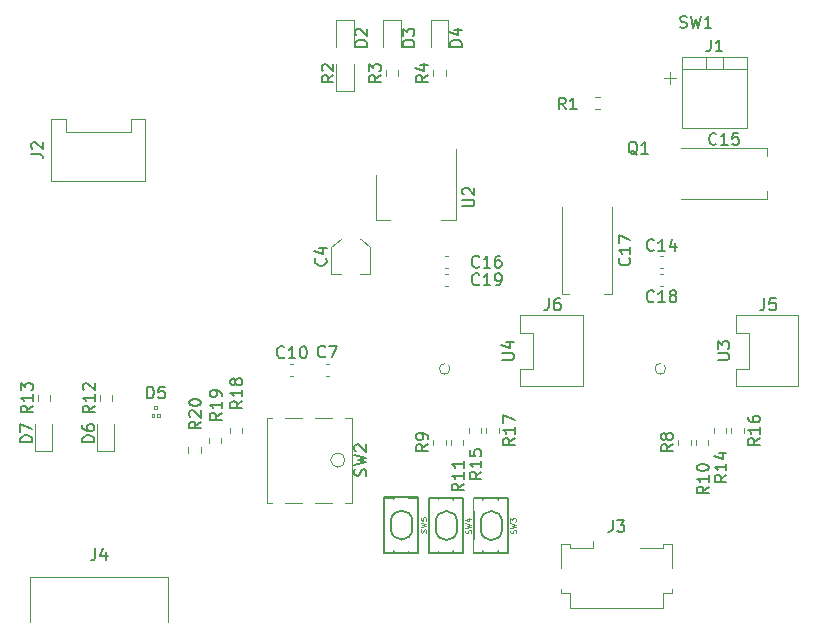
<source format=gto>
G04 #@! TF.GenerationSoftware,KiCad,Pcbnew,(5.1.10)-1*
G04 #@! TF.CreationDate,2022-02-06T01:46:52+09:00*
G04 #@! TF.ProjectId,Power,506f7765-722e-46b6-9963-61645f706362,rev?*
G04 #@! TF.SameCoordinates,Original*
G04 #@! TF.FileFunction,Legend,Top*
G04 #@! TF.FilePolarity,Positive*
%FSLAX46Y46*%
G04 Gerber Fmt 4.6, Leading zero omitted, Abs format (unit mm)*
G04 Created by KiCad (PCBNEW (5.1.10)-1) date 2022-02-06 01:46:52*
%MOMM*%
%LPD*%
G01*
G04 APERTURE LIST*
%ADD10C,0.120000*%
%ADD11C,0.127000*%
%ADD12C,0.150000*%
%ADD13R,1.000000X0.800000*%
%ADD14C,1.000000*%
%ADD15R,0.700000X1.500000*%
%ADD16R,1.500000X2.000000*%
%ADD17R,3.800000X2.000000*%
%ADD18C,1.200000*%
%ADD19R,1.933000X3.030000*%
%ADD20R,0.580000X1.730000*%
%ADD21R,0.760000X1.500000*%
%ADD22R,2.000000X3.000000*%
%ADD23R,3.000000X2.000000*%
%ADD24R,1.600000X2.200000*%
%ADD25R,0.850000X0.500000*%
%ADD26C,1.650000*%
%ADD27R,0.400000X1.000000*%
%ADD28R,2.000000X1.300000*%
%ADD29R,1.000000X3.000000*%
%ADD30R,0.650000X1.050000*%
%ADD31R,3.550000X2.460000*%
%ADD32R,0.290000X0.970000*%
%ADD33R,1.650000X1.300000*%
%ADD34R,0.300000X1.000000*%
G04 APERTURE END LIST*
D10*
X-2410000Y9090000D02*
X-1150000Y9090000D01*
X4410000Y9090000D02*
X3150000Y9090000D01*
X-2410000Y12850000D02*
X-2410000Y9090000D01*
X4410000Y15100000D02*
X4410000Y9090000D01*
X28100000Y-5000000D02*
X33400000Y-5000000D01*
X33400000Y-5000000D02*
X33400000Y1000000D01*
X33400000Y1000000D02*
X28100000Y1000000D01*
X28100004Y-5000000D02*
X28100004Y-3500000D01*
X28100004Y-3500000D02*
X29204169Y-3500000D01*
X29204169Y-3500000D02*
X29204169Y-500000D01*
X29204169Y-500000D02*
X28100004Y-500000D01*
X28100004Y-500000D02*
X28100004Y1000000D01*
X30750000Y15150000D02*
X23450000Y15150000D01*
X30750000Y10850000D02*
X30750000Y15150000D01*
X30750000Y10850000D02*
X23450000Y10850000D01*
X17650000Y2850000D02*
X17650000Y10150000D01*
X13350000Y2850000D02*
X17650000Y2850000D01*
X13350000Y2850000D02*
X13350000Y10150000D01*
X-2850000Y6750000D02*
X-2850000Y4500000D01*
X-5325000Y7500000D02*
X-3675000Y7500000D01*
X-6150000Y6750000D02*
X-6150000Y4500000D01*
X-3675000Y7500000D02*
X-2850000Y6750000D01*
X-6150000Y6750000D02*
X-5325000Y7500000D01*
X-6150000Y4500000D02*
X-2850000Y4500000D01*
X-6359420Y-4110000D02*
X-6640580Y-4110000D01*
X-6359420Y-3090000D02*
X-6640580Y-3090000D01*
X-9640580Y-3090000D02*
X-9359420Y-3090000D01*
X-9640580Y-4110000D02*
X-9359420Y-4110000D01*
X21940580Y4990000D02*
X21659420Y4990000D01*
X21940580Y6010000D02*
X21659420Y6010000D01*
X3740580Y4990000D02*
X3459420Y4990000D01*
X3740580Y6010000D02*
X3459420Y6010000D01*
X21940580Y3490000D02*
X21659420Y3490000D01*
X21940580Y4510000D02*
X21659420Y4510000D01*
X3740580Y3490000D02*
X3459420Y3490000D01*
X3740580Y4510000D02*
X3459420Y4510000D01*
X-4265000Y23700000D02*
X-4265000Y25985000D01*
X-4265000Y25985000D02*
X-5735000Y25985000D01*
X-5735000Y25985000D02*
X-5735000Y23700000D01*
X-265000Y23700000D02*
X-265000Y25985000D01*
X-265000Y25985000D02*
X-1735000Y25985000D01*
X-1735000Y25985000D02*
X-1735000Y23700000D01*
X3735000Y23700000D02*
X3735000Y25985000D01*
X3735000Y25985000D02*
X2265000Y25985000D01*
X2265000Y25985000D02*
X2265000Y23700000D01*
X-20875000Y-6950000D02*
X-21125000Y-6950000D01*
X-21125000Y-6950000D02*
X-21125000Y-6700000D01*
X-21125000Y-6700000D02*
X-20875000Y-6700000D01*
X-20875000Y-6700000D02*
X-20875000Y-6950000D01*
X-20875000Y-7325000D02*
X-20875000Y-7575000D01*
X-20875000Y-7575000D02*
X-20625000Y-7575000D01*
X-20625000Y-7575000D02*
X-20625000Y-7325000D01*
X-20625000Y-7325000D02*
X-20875000Y-7325000D01*
X-21125000Y-7575000D02*
X-21125000Y-7325000D01*
X-21125000Y-7325000D02*
X-21375000Y-7325000D01*
X-21375000Y-7325000D02*
X-21375000Y-7575000D01*
X-21375000Y-7575000D02*
X-21125000Y-7575000D01*
X-25985000Y-8200000D02*
X-25985000Y-10485000D01*
X-25985000Y-10485000D02*
X-24515000Y-10485000D01*
X-24515000Y-10485000D02*
X-24515000Y-8200000D01*
X-31235000Y-8200000D02*
X-31235000Y-10485000D01*
X-31235000Y-10485000D02*
X-29765000Y-10485000D01*
X-29765000Y-10485000D02*
X-29765000Y-8200000D01*
X29050000Y22870000D02*
X23550000Y22870000D01*
X23550000Y22870000D02*
X23550000Y16870000D01*
X23550000Y16870000D02*
X29050000Y16870000D01*
X29050000Y16870000D02*
X29050000Y22870000D01*
X25550000Y22870000D02*
X25550000Y21870000D01*
X25550000Y21870000D02*
X23550000Y21870000D01*
X29050000Y21870000D02*
X27050000Y21870000D01*
X27050000Y21870000D02*
X27050000Y22870000D01*
X25550000Y21870000D02*
X27050000Y21870000D01*
X22550000Y21120000D02*
X22050000Y21120000D01*
X22550000Y21120000D02*
X23050000Y21120000D01*
X22550000Y21120000D02*
X22550000Y21620000D01*
X22550000Y21120000D02*
X22550000Y20620000D01*
X-21900000Y12350000D02*
X-21900000Y17650000D01*
X-29900000Y12350000D02*
X-21900000Y12350000D01*
X-29900000Y17650000D02*
X-29900000Y12350000D01*
X-23150000Y16545831D02*
X-23150000Y17649996D01*
X-28650000Y16545831D02*
X-23150000Y16545831D01*
X-23150000Y17649996D02*
X-21900000Y17649996D01*
X-29900000Y17649996D02*
X-28650000Y17649996D01*
X-28650000Y17649996D02*
X-28650000Y16545831D01*
X16040000Y-18090000D02*
X16040000Y-18680000D01*
X16040000Y-18680000D02*
X14060000Y-18680000D01*
X14060000Y-18680000D02*
X14060000Y-18330000D01*
X14060000Y-18330000D02*
X13290000Y-18330000D01*
X13290000Y-18330000D02*
X13290000Y-20380000D01*
X13290000Y-22200000D02*
X13290000Y-22500000D01*
X13290000Y-22500000D02*
X14090000Y-22500000D01*
X14090000Y-22500000D02*
X14090000Y-23800000D01*
X14090000Y-23800000D02*
X21910000Y-23800000D01*
X21910000Y-23800000D02*
X21910000Y-22500000D01*
X21910000Y-22500000D02*
X22710000Y-22500000D01*
X22710000Y-22500000D02*
X22710000Y-22200000D01*
X22710000Y-20380000D02*
X22710000Y-18330000D01*
X22710000Y-18330000D02*
X21940000Y-18330000D01*
X21940000Y-18330000D02*
X21940000Y-18680000D01*
X21940000Y-18680000D02*
X19960000Y-18680000D01*
X9850000Y-5000000D02*
X15150000Y-5000000D01*
X15150000Y-5000000D02*
X15150000Y1000000D01*
X15150000Y1000000D02*
X9850000Y1000000D01*
X9850004Y-5000000D02*
X9850004Y-3500000D01*
X9850004Y-3500000D02*
X10954169Y-3500000D01*
X10954169Y-3500000D02*
X10954169Y-500000D01*
X10954169Y-500000D02*
X9850004Y-500000D01*
X9850004Y-500000D02*
X9850004Y1000000D01*
X16637258Y18477500D02*
X16162742Y18477500D01*
X16637258Y19522500D02*
X16162742Y19522500D01*
X-5735000Y22300000D02*
X-5735000Y20015000D01*
X-5735000Y20015000D02*
X-4265000Y20015000D01*
X-4265000Y20015000D02*
X-4265000Y22300000D01*
X-1522500Y21262742D02*
X-1522500Y21737258D01*
X-477500Y21262742D02*
X-477500Y21737258D01*
X2477500Y21262742D02*
X2477500Y21737258D01*
X3522500Y21262742D02*
X3522500Y21737258D01*
X23227500Y-9987258D02*
X23227500Y-9512742D01*
X24272500Y-9987258D02*
X24272500Y-9512742D01*
X2477500Y-9987258D02*
X2477500Y-9512742D01*
X3522500Y-9987258D02*
X3522500Y-9512742D01*
X3977500Y-9987258D02*
X3977500Y-9512742D01*
X5022500Y-9987258D02*
X5022500Y-9512742D01*
X-24727500Y-5762742D02*
X-24727500Y-6237258D01*
X-25772500Y-5762742D02*
X-25772500Y-6237258D01*
X-29977500Y-5762742D02*
X-29977500Y-6237258D01*
X-31022500Y-5762742D02*
X-31022500Y-6237258D01*
X24727500Y-9987258D02*
X24727500Y-9512742D01*
X25772500Y-9987258D02*
X25772500Y-9512742D01*
X6522500Y-8512742D02*
X6522500Y-8987258D01*
X5477500Y-8512742D02*
X5477500Y-8987258D01*
X28772500Y-8512742D02*
X28772500Y-8987258D01*
X27727500Y-8512742D02*
X27727500Y-8987258D01*
X8022500Y-8512742D02*
X8022500Y-8987258D01*
X6977500Y-8512742D02*
X6977500Y-8987258D01*
X-13727500Y-8512742D02*
X-13727500Y-8987258D01*
X-14772500Y-8512742D02*
X-14772500Y-8987258D01*
X-15477500Y-9362742D02*
X-15477500Y-9837258D01*
X-16522500Y-9362742D02*
X-16522500Y-9837258D01*
X-17227500Y-10162742D02*
X-17227500Y-10637258D01*
X-18272500Y-10162742D02*
X-18272500Y-10637258D01*
X27272500Y-8512742D02*
X27272500Y-8987258D01*
X26227500Y-8512742D02*
X26227500Y-8987258D01*
X-11600000Y-7650000D02*
X-4400000Y-7650000D01*
X-4400000Y-7650000D02*
X-4400000Y-14850000D01*
X-4400000Y-14850000D02*
X-11600000Y-14850000D01*
X-11600000Y-14850000D02*
X-11600000Y-7650000D01*
X-5000000Y-11250000D02*
G75*
G03*
X-5000000Y-11250000I-600000J0D01*
G01*
D11*
X6500000Y-16467500D02*
G75*
G02*
X8300000Y-16467500I900000J0D01*
G01*
X8300000Y-17132500D02*
G75*
G02*
X6500000Y-17132500I-900000J0D01*
G01*
G36*
X5900000Y-14467500D02*
G01*
X5900000Y-15367500D01*
X6800000Y-14467500D01*
X5900000Y-14467500D01*
G37*
X5900000Y-14467500D02*
X5900000Y-15367500D01*
X6800000Y-14467500D01*
X5900000Y-14467500D01*
G36*
X5900000Y-19132500D02*
G01*
X6800000Y-19132500D01*
X5900000Y-18232500D01*
X5900000Y-19132500D01*
G37*
X5900000Y-19132500D02*
X6800000Y-19132500D01*
X5900000Y-18232500D01*
X5900000Y-19132500D01*
G36*
X8800000Y-19132500D02*
G01*
X8800000Y-18232500D01*
X7900000Y-19132500D01*
X8800000Y-19132500D01*
G37*
X8800000Y-19132500D02*
X8800000Y-18232500D01*
X7900000Y-19132500D01*
X8800000Y-19132500D01*
G36*
X8800000Y-14467500D02*
G01*
X7900000Y-14467500D01*
X8800000Y-15367500D01*
X8800000Y-14467500D01*
G37*
X8800000Y-14467500D02*
X7900000Y-14467500D01*
X8800000Y-15367500D01*
X8800000Y-14467500D01*
X5900000Y-14467500D02*
X8800000Y-14467500D01*
X5900000Y-19132500D02*
X5900000Y-14467500D01*
X8800000Y-19132500D02*
X5900000Y-19132500D01*
X8800000Y-14467500D02*
X8800000Y-19132500D01*
X6500000Y-17132500D02*
X6500000Y-16467500D01*
X8300000Y-16467500D02*
X8300000Y-17132500D01*
X2700000Y-16467500D02*
G75*
G02*
X4500000Y-16467500I900000J0D01*
G01*
X4500000Y-17132500D02*
G75*
G02*
X2700000Y-17132500I-900000J0D01*
G01*
G36*
X2100000Y-14467500D02*
G01*
X2100000Y-15367500D01*
X3000000Y-14467500D01*
X2100000Y-14467500D01*
G37*
X2100000Y-14467500D02*
X2100000Y-15367500D01*
X3000000Y-14467500D01*
X2100000Y-14467500D01*
G36*
X2100000Y-19132500D02*
G01*
X3000000Y-19132500D01*
X2100000Y-18232500D01*
X2100000Y-19132500D01*
G37*
X2100000Y-19132500D02*
X3000000Y-19132500D01*
X2100000Y-18232500D01*
X2100000Y-19132500D01*
G36*
X5000000Y-19132500D02*
G01*
X5000000Y-18232500D01*
X4100000Y-19132500D01*
X5000000Y-19132500D01*
G37*
X5000000Y-19132500D02*
X5000000Y-18232500D01*
X4100000Y-19132500D01*
X5000000Y-19132500D01*
G36*
X5000000Y-14467500D02*
G01*
X4100000Y-14467500D01*
X5000000Y-15367500D01*
X5000000Y-14467500D01*
G37*
X5000000Y-14467500D02*
X4100000Y-14467500D01*
X5000000Y-15367500D01*
X5000000Y-14467500D01*
X2100000Y-14467500D02*
X5000000Y-14467500D01*
X2100000Y-19132500D02*
X2100000Y-14467500D01*
X5000000Y-19132500D02*
X2100000Y-19132500D01*
X5000000Y-14467500D02*
X5000000Y-19132500D01*
X2700000Y-17132500D02*
X2700000Y-16467500D01*
X4500000Y-16467500D02*
X4500000Y-17132500D01*
X-1100000Y-16417500D02*
G75*
G02*
X700000Y-16417500I900000J0D01*
G01*
X700000Y-17082500D02*
G75*
G02*
X-1100000Y-17082500I-900000J0D01*
G01*
G36*
X-1700000Y-14417500D02*
G01*
X-1700000Y-15317500D01*
X-800000Y-14417500D01*
X-1700000Y-14417500D01*
G37*
X-1700000Y-14417500D02*
X-1700000Y-15317500D01*
X-800000Y-14417500D01*
X-1700000Y-14417500D01*
G36*
X-1700000Y-19082500D02*
G01*
X-800000Y-19082500D01*
X-1700000Y-18182500D01*
X-1700000Y-19082500D01*
G37*
X-1700000Y-19082500D02*
X-800000Y-19082500D01*
X-1700000Y-18182500D01*
X-1700000Y-19082500D01*
G36*
X1200000Y-19082500D02*
G01*
X1200000Y-18182500D01*
X300000Y-19082500D01*
X1200000Y-19082500D01*
G37*
X1200000Y-19082500D02*
X1200000Y-18182500D01*
X300000Y-19082500D01*
X1200000Y-19082500D01*
G36*
X1200000Y-14417500D02*
G01*
X300000Y-14417500D01*
X1200000Y-15317500D01*
X1200000Y-14417500D01*
G37*
X1200000Y-14417500D02*
X300000Y-14417500D01*
X1200000Y-15317500D01*
X1200000Y-14417500D01*
X-1700000Y-14417500D02*
X1200000Y-14417500D01*
X-1700000Y-19082500D02*
X-1700000Y-14417500D01*
X1200000Y-19082500D02*
X-1700000Y-19082500D01*
X1200000Y-14417500D02*
X1200000Y-19082500D01*
X-1100000Y-17082500D02*
X-1100000Y-16417500D01*
X700000Y-16417500D02*
X700000Y-17082500D01*
D10*
X22150000Y-3530000D02*
G75*
G03*
X22150000Y-3530000I-450000J0D01*
G01*
X3900000Y-3530000D02*
G75*
G03*
X3900000Y-3530000I-450000J0D01*
G01*
X-19950000Y-24966670D02*
X-19950000Y-21166666D01*
X-19950000Y-21166666D02*
X-31650000Y-21166666D01*
X-31650000Y-21166666D02*
X-31650000Y-24966670D01*
D12*
X23366666Y25395238D02*
X23509523Y25347619D01*
X23747619Y25347619D01*
X23842857Y25395238D01*
X23890476Y25442857D01*
X23938095Y25538095D01*
X23938095Y25633333D01*
X23890476Y25728571D01*
X23842857Y25776190D01*
X23747619Y25823809D01*
X23557142Y25871428D01*
X23461904Y25919047D01*
X23414285Y25966666D01*
X23366666Y26061904D01*
X23366666Y26157142D01*
X23414285Y26252380D01*
X23461904Y26300000D01*
X23557142Y26347619D01*
X23795238Y26347619D01*
X23938095Y26300000D01*
X24271428Y26347619D02*
X24509523Y25347619D01*
X24700000Y26061904D01*
X24890476Y25347619D01*
X25128571Y26347619D01*
X26033333Y25347619D02*
X25461904Y25347619D01*
X25747619Y25347619D02*
X25747619Y26347619D01*
X25652380Y26204761D01*
X25557142Y26109523D01*
X25461904Y26061904D01*
X4952380Y10238095D02*
X5761904Y10238095D01*
X5857142Y10285714D01*
X5904761Y10333333D01*
X5952380Y10428571D01*
X5952380Y10619047D01*
X5904761Y10714285D01*
X5857142Y10761904D01*
X5761904Y10809523D01*
X4952380Y10809523D01*
X5047619Y11238095D02*
X5000000Y11285714D01*
X4952380Y11380952D01*
X4952380Y11619047D01*
X5000000Y11714285D01*
X5047619Y11761904D01*
X5142857Y11809523D01*
X5238095Y11809523D01*
X5380952Y11761904D01*
X5952380Y11190476D01*
X5952380Y11809523D01*
X30516666Y2447619D02*
X30516666Y1733333D01*
X30469047Y1590476D01*
X30373809Y1495238D01*
X30230952Y1447619D01*
X30135714Y1447619D01*
X31469047Y2447619D02*
X30992857Y2447619D01*
X30945238Y1971428D01*
X30992857Y2019047D01*
X31088095Y2066666D01*
X31326190Y2066666D01*
X31421428Y2019047D01*
X31469047Y1971428D01*
X31516666Y1876190D01*
X31516666Y1638095D01*
X31469047Y1542857D01*
X31421428Y1495238D01*
X31326190Y1447619D01*
X31088095Y1447619D01*
X30992857Y1495238D01*
X30945238Y1542857D01*
X19754761Y14602380D02*
X19659523Y14650000D01*
X19564285Y14745238D01*
X19421428Y14888095D01*
X19326190Y14935714D01*
X19230952Y14935714D01*
X19278571Y14697619D02*
X19183333Y14745238D01*
X19088095Y14840476D01*
X19040476Y15030952D01*
X19040476Y15364285D01*
X19088095Y15554761D01*
X19183333Y15650000D01*
X19278571Y15697619D01*
X19469047Y15697619D01*
X19564285Y15650000D01*
X19659523Y15554761D01*
X19707142Y15364285D01*
X19707142Y15030952D01*
X19659523Y14840476D01*
X19564285Y14745238D01*
X19469047Y14697619D01*
X19278571Y14697619D01*
X20659523Y14697619D02*
X20088095Y14697619D01*
X20373809Y14697619D02*
X20373809Y15697619D01*
X20278571Y15554761D01*
X20183333Y15459523D01*
X20088095Y15411904D01*
X26457142Y15542857D02*
X26409523Y15495238D01*
X26266666Y15447619D01*
X26171428Y15447619D01*
X26028571Y15495238D01*
X25933333Y15590476D01*
X25885714Y15685714D01*
X25838095Y15876190D01*
X25838095Y16019047D01*
X25885714Y16209523D01*
X25933333Y16304761D01*
X26028571Y16400000D01*
X26171428Y16447619D01*
X26266666Y16447619D01*
X26409523Y16400000D01*
X26457142Y16352380D01*
X27409523Y15447619D02*
X26838095Y15447619D01*
X27123809Y15447619D02*
X27123809Y16447619D01*
X27028571Y16304761D01*
X26933333Y16209523D01*
X26838095Y16161904D01*
X28314285Y16447619D02*
X27838095Y16447619D01*
X27790476Y15971428D01*
X27838095Y16019047D01*
X27933333Y16066666D01*
X28171428Y16066666D01*
X28266666Y16019047D01*
X28314285Y15971428D01*
X28361904Y15876190D01*
X28361904Y15638095D01*
X28314285Y15542857D01*
X28266666Y15495238D01*
X28171428Y15447619D01*
X27933333Y15447619D01*
X27838095Y15495238D01*
X27790476Y15542857D01*
X19082139Y5857142D02*
X19129758Y5809523D01*
X19177377Y5666666D01*
X19177377Y5571428D01*
X19129758Y5428571D01*
X19034520Y5333333D01*
X18939282Y5285714D01*
X18748806Y5238095D01*
X18605949Y5238095D01*
X18415473Y5285714D01*
X18320235Y5333333D01*
X18224997Y5428571D01*
X18177377Y5571428D01*
X18177377Y5666666D01*
X18224997Y5809523D01*
X18272616Y5857142D01*
X19177377Y6809523D02*
X19177377Y6238095D01*
X19177377Y6523809D02*
X18177377Y6523809D01*
X18320235Y6428571D01*
X18415473Y6333333D01*
X18463092Y6238095D01*
X18177377Y7142857D02*
X18177377Y7809523D01*
X19177377Y7380952D01*
X-6642857Y5833333D02*
X-6595238Y5785714D01*
X-6547619Y5642857D01*
X-6547619Y5547619D01*
X-6595238Y5404761D01*
X-6690476Y5309523D01*
X-6785714Y5261904D01*
X-6976190Y5214285D01*
X-7119047Y5214285D01*
X-7309523Y5261904D01*
X-7404761Y5309523D01*
X-7500000Y5404761D01*
X-7547619Y5547619D01*
X-7547619Y5642857D01*
X-7500000Y5785714D01*
X-7452380Y5833333D01*
X-7214285Y6690476D02*
X-6547619Y6690476D01*
X-7595238Y6452380D02*
X-6880952Y6214285D01*
X-6880952Y6833333D01*
X-6666666Y-2457142D02*
X-6714285Y-2504761D01*
X-6857142Y-2552380D01*
X-6952380Y-2552380D01*
X-7095238Y-2504761D01*
X-7190476Y-2409523D01*
X-7238095Y-2314285D01*
X-7285714Y-2123809D01*
X-7285714Y-1980952D01*
X-7238095Y-1790476D01*
X-7190476Y-1695238D01*
X-7095238Y-1600000D01*
X-6952380Y-1552380D01*
X-6857142Y-1552380D01*
X-6714285Y-1600000D01*
X-6666666Y-1647619D01*
X-6333333Y-1552380D02*
X-5666666Y-1552380D01*
X-6095238Y-2552380D01*
X-10142857Y-2527142D02*
X-10190476Y-2574761D01*
X-10333333Y-2622380D01*
X-10428571Y-2622380D01*
X-10571428Y-2574761D01*
X-10666666Y-2479523D01*
X-10714285Y-2384285D01*
X-10761904Y-2193809D01*
X-10761904Y-2050952D01*
X-10714285Y-1860476D01*
X-10666666Y-1765238D01*
X-10571428Y-1670000D01*
X-10428571Y-1622380D01*
X-10333333Y-1622380D01*
X-10190476Y-1670000D01*
X-10142857Y-1717619D01*
X-9190476Y-2622380D02*
X-9761904Y-2622380D01*
X-9476190Y-2622380D02*
X-9476190Y-1622380D01*
X-9571428Y-1765238D01*
X-9666666Y-1860476D01*
X-9761904Y-1908095D01*
X-8571428Y-1622380D02*
X-8476190Y-1622380D01*
X-8380952Y-1670000D01*
X-8333333Y-1717619D01*
X-8285714Y-1812857D01*
X-8238095Y-2003333D01*
X-8238095Y-2241428D01*
X-8285714Y-2431904D01*
X-8333333Y-2527142D01*
X-8380952Y-2574761D01*
X-8476190Y-2622380D01*
X-8571428Y-2622380D01*
X-8666666Y-2574761D01*
X-8714285Y-2527142D01*
X-8761904Y-2431904D01*
X-8809523Y-2241428D01*
X-8809523Y-2003333D01*
X-8761904Y-1812857D01*
X-8714285Y-1717619D01*
X-8666666Y-1670000D01*
X-8571428Y-1622380D01*
X21157142Y6542857D02*
X21109523Y6495238D01*
X20966666Y6447619D01*
X20871428Y6447619D01*
X20728571Y6495238D01*
X20633333Y6590476D01*
X20585714Y6685714D01*
X20538095Y6876190D01*
X20538095Y7019047D01*
X20585714Y7209523D01*
X20633333Y7304761D01*
X20728571Y7400000D01*
X20871428Y7447619D01*
X20966666Y7447619D01*
X21109523Y7400000D01*
X21157142Y7352380D01*
X22109523Y6447619D02*
X21538095Y6447619D01*
X21823809Y6447619D02*
X21823809Y7447619D01*
X21728571Y7304761D01*
X21633333Y7209523D01*
X21538095Y7161904D01*
X22966666Y7114285D02*
X22966666Y6447619D01*
X22728571Y7495238D02*
X22490476Y6780952D01*
X23109523Y6780952D01*
X6357142Y5142857D02*
X6309523Y5095238D01*
X6166666Y5047619D01*
X6071428Y5047619D01*
X5928571Y5095238D01*
X5833333Y5190476D01*
X5785714Y5285714D01*
X5738095Y5476190D01*
X5738095Y5619047D01*
X5785714Y5809523D01*
X5833333Y5904761D01*
X5928571Y6000000D01*
X6071428Y6047619D01*
X6166666Y6047619D01*
X6309523Y6000000D01*
X6357142Y5952380D01*
X7309523Y5047619D02*
X6738095Y5047619D01*
X7023809Y5047619D02*
X7023809Y6047619D01*
X6928571Y5904761D01*
X6833333Y5809523D01*
X6738095Y5761904D01*
X8166666Y6047619D02*
X7976190Y6047619D01*
X7880952Y6000000D01*
X7833333Y5952380D01*
X7738095Y5809523D01*
X7690476Y5619047D01*
X7690476Y5238095D01*
X7738095Y5142857D01*
X7785714Y5095238D01*
X7880952Y5047619D01*
X8071428Y5047619D01*
X8166666Y5095238D01*
X8214285Y5142857D01*
X8261904Y5238095D01*
X8261904Y5476190D01*
X8214285Y5571428D01*
X8166666Y5619047D01*
X8071428Y5666666D01*
X7880952Y5666666D01*
X7785714Y5619047D01*
X7738095Y5571428D01*
X7690476Y5476190D01*
X21157142Y2212857D02*
X21109523Y2165238D01*
X20966666Y2117619D01*
X20871428Y2117619D01*
X20728571Y2165238D01*
X20633333Y2260476D01*
X20585714Y2355714D01*
X20538095Y2546190D01*
X20538095Y2689047D01*
X20585714Y2879523D01*
X20633333Y2974761D01*
X20728571Y3070000D01*
X20871428Y3117619D01*
X20966666Y3117619D01*
X21109523Y3070000D01*
X21157142Y3022380D01*
X22109523Y2117619D02*
X21538095Y2117619D01*
X21823809Y2117619D02*
X21823809Y3117619D01*
X21728571Y2974761D01*
X21633333Y2879523D01*
X21538095Y2831904D01*
X22680952Y2689047D02*
X22585714Y2736666D01*
X22538095Y2784285D01*
X22490476Y2879523D01*
X22490476Y2927142D01*
X22538095Y3022380D01*
X22585714Y3070000D01*
X22680952Y3117619D01*
X22871428Y3117619D01*
X22966666Y3070000D01*
X23014285Y3022380D01*
X23061904Y2927142D01*
X23061904Y2879523D01*
X23014285Y2784285D01*
X22966666Y2736666D01*
X22871428Y2689047D01*
X22680952Y2689047D01*
X22585714Y2641428D01*
X22538095Y2593809D01*
X22490476Y2498571D01*
X22490476Y2308095D01*
X22538095Y2212857D01*
X22585714Y2165238D01*
X22680952Y2117619D01*
X22871428Y2117619D01*
X22966666Y2165238D01*
X23014285Y2212857D01*
X23061904Y2308095D01*
X23061904Y2498571D01*
X23014285Y2593809D01*
X22966666Y2641428D01*
X22871428Y2689047D01*
X6357142Y3642857D02*
X6309523Y3595238D01*
X6166666Y3547619D01*
X6071428Y3547619D01*
X5928571Y3595238D01*
X5833333Y3690476D01*
X5785714Y3785714D01*
X5738095Y3976190D01*
X5738095Y4119047D01*
X5785714Y4309523D01*
X5833333Y4404761D01*
X5928571Y4500000D01*
X6071428Y4547619D01*
X6166666Y4547619D01*
X6309523Y4500000D01*
X6357142Y4452380D01*
X7309523Y3547619D02*
X6738095Y3547619D01*
X7023809Y3547619D02*
X7023809Y4547619D01*
X6928571Y4404761D01*
X6833333Y4309523D01*
X6738095Y4261904D01*
X7785714Y3547619D02*
X7976190Y3547619D01*
X8071428Y3595238D01*
X8119047Y3642857D01*
X8214285Y3785714D01*
X8261904Y3976190D01*
X8261904Y4357142D01*
X8214285Y4452380D01*
X8166666Y4500000D01*
X8071428Y4547619D01*
X7880952Y4547619D01*
X7785714Y4500000D01*
X7738095Y4452380D01*
X7690476Y4357142D01*
X7690476Y4119047D01*
X7738095Y4023809D01*
X7785714Y3976190D01*
X7880952Y3928571D01*
X8071428Y3928571D01*
X8166666Y3976190D01*
X8214285Y4023809D01*
X8261904Y4119047D01*
X-3117619Y23761904D02*
X-4117619Y23761904D01*
X-4117619Y24000000D01*
X-4070000Y24142857D01*
X-3974761Y24238095D01*
X-3879523Y24285714D01*
X-3689047Y24333333D01*
X-3546190Y24333333D01*
X-3355714Y24285714D01*
X-3260476Y24238095D01*
X-3165238Y24142857D01*
X-3117619Y24000000D01*
X-3117619Y23761904D01*
X-4022380Y24714285D02*
X-4070000Y24761904D01*
X-4117619Y24857142D01*
X-4117619Y25095238D01*
X-4070000Y25190476D01*
X-4022380Y25238095D01*
X-3927142Y25285714D01*
X-3831904Y25285714D01*
X-3689047Y25238095D01*
X-3117619Y24666666D01*
X-3117619Y25285714D01*
X882380Y23761904D02*
X-117619Y23761904D01*
X-117619Y24000000D01*
X-70000Y24142857D01*
X25238Y24238095D01*
X120476Y24285714D01*
X310952Y24333333D01*
X453809Y24333333D01*
X644285Y24285714D01*
X739523Y24238095D01*
X834761Y24142857D01*
X882380Y24000000D01*
X882380Y23761904D01*
X-117619Y24666666D02*
X-117619Y25285714D01*
X263333Y24952380D01*
X263333Y25095238D01*
X310952Y25190476D01*
X358571Y25238095D01*
X453809Y25285714D01*
X691904Y25285714D01*
X787142Y25238095D01*
X834761Y25190476D01*
X882380Y25095238D01*
X882380Y24809523D01*
X834761Y24714285D01*
X787142Y24666666D01*
X4882380Y23761904D02*
X3882380Y23761904D01*
X3882380Y24000000D01*
X3930000Y24142857D01*
X4025238Y24238095D01*
X4120476Y24285714D01*
X4310952Y24333333D01*
X4453809Y24333333D01*
X4644285Y24285714D01*
X4739523Y24238095D01*
X4834761Y24142857D01*
X4882380Y24000000D01*
X4882380Y23761904D01*
X4215714Y25190476D02*
X4882380Y25190476D01*
X3834761Y24952380D02*
X4549047Y24714285D01*
X4549047Y25333333D01*
X-21738095Y-6027380D02*
X-21738095Y-5027380D01*
X-21500000Y-5027380D01*
X-21357142Y-5075000D01*
X-21261904Y-5170238D01*
X-21214285Y-5265476D01*
X-21166666Y-5455952D01*
X-21166666Y-5598809D01*
X-21214285Y-5789285D01*
X-21261904Y-5884523D01*
X-21357142Y-5979761D01*
X-21500000Y-6027380D01*
X-21738095Y-6027380D01*
X-20261904Y-5027380D02*
X-20738095Y-5027380D01*
X-20785714Y-5503571D01*
X-20738095Y-5455952D01*
X-20642857Y-5408333D01*
X-20404761Y-5408333D01*
X-20309523Y-5455952D01*
X-20261904Y-5503571D01*
X-20214285Y-5598809D01*
X-20214285Y-5836904D01*
X-20261904Y-5932142D01*
X-20309523Y-5979761D01*
X-20404761Y-6027380D01*
X-20642857Y-6027380D01*
X-20738095Y-5979761D01*
X-20785714Y-5932142D01*
X-26227619Y-9738095D02*
X-27227619Y-9738095D01*
X-27227619Y-9500000D01*
X-27180000Y-9357142D01*
X-27084761Y-9261904D01*
X-26989523Y-9214285D01*
X-26799047Y-9166666D01*
X-26656190Y-9166666D01*
X-26465714Y-9214285D01*
X-26370476Y-9261904D01*
X-26275238Y-9357142D01*
X-26227619Y-9500000D01*
X-26227619Y-9738095D01*
X-27227619Y-8309523D02*
X-27227619Y-8500000D01*
X-27180000Y-8595238D01*
X-27132380Y-8642857D01*
X-26989523Y-8738095D01*
X-26799047Y-8785714D01*
X-26418095Y-8785714D01*
X-26322857Y-8738095D01*
X-26275238Y-8690476D01*
X-26227619Y-8595238D01*
X-26227619Y-8404761D01*
X-26275238Y-8309523D01*
X-26322857Y-8261904D01*
X-26418095Y-8214285D01*
X-26656190Y-8214285D01*
X-26751428Y-8261904D01*
X-26799047Y-8309523D01*
X-26846666Y-8404761D01*
X-26846666Y-8595238D01*
X-26799047Y-8690476D01*
X-26751428Y-8738095D01*
X-26656190Y-8785714D01*
X-31477619Y-9738095D02*
X-32477619Y-9738095D01*
X-32477619Y-9500000D01*
X-32430000Y-9357142D01*
X-32334761Y-9261904D01*
X-32239523Y-9214285D01*
X-32049047Y-9166666D01*
X-31906190Y-9166666D01*
X-31715714Y-9214285D01*
X-31620476Y-9261904D01*
X-31525238Y-9357142D01*
X-31477619Y-9500000D01*
X-31477619Y-9738095D01*
X-32477619Y-8833333D02*
X-32477619Y-8166666D01*
X-31477619Y-8595238D01*
X25966666Y24347619D02*
X25966666Y23633333D01*
X25919047Y23490476D01*
X25823809Y23395238D01*
X25680952Y23347619D01*
X25585714Y23347619D01*
X26966666Y23347619D02*
X26395238Y23347619D01*
X26680952Y23347619D02*
X26680952Y24347619D01*
X26585714Y24204761D01*
X26490476Y24109523D01*
X26395238Y24061904D01*
X-31547619Y14666666D02*
X-30833333Y14666666D01*
X-30690476Y14619047D01*
X-30595238Y14523809D01*
X-30547619Y14380952D01*
X-30547619Y14285714D01*
X-31452380Y15095238D02*
X-31500000Y15142857D01*
X-31547619Y15238095D01*
X-31547619Y15476190D01*
X-31500000Y15571428D01*
X-31452380Y15619047D01*
X-31357142Y15666666D01*
X-31261904Y15666666D01*
X-31119047Y15619047D01*
X-30547619Y15047619D01*
X-30547619Y15666666D01*
X17666666Y-16342380D02*
X17666666Y-17056666D01*
X17619047Y-17199523D01*
X17523809Y-17294761D01*
X17380952Y-17342380D01*
X17285714Y-17342380D01*
X18047619Y-16342380D02*
X18666666Y-16342380D01*
X18333333Y-16723333D01*
X18476190Y-16723333D01*
X18571428Y-16770952D01*
X18619047Y-16818571D01*
X18666666Y-16913809D01*
X18666666Y-17151904D01*
X18619047Y-17247142D01*
X18571428Y-17294761D01*
X18476190Y-17342380D01*
X18190476Y-17342380D01*
X18095238Y-17294761D01*
X18047619Y-17247142D01*
X12266666Y2447619D02*
X12266666Y1733333D01*
X12219047Y1590476D01*
X12123809Y1495238D01*
X11980952Y1447619D01*
X11885714Y1447619D01*
X13171428Y2447619D02*
X12980952Y2447619D01*
X12885714Y2400000D01*
X12838095Y2352380D01*
X12742857Y2209523D01*
X12695238Y2019047D01*
X12695238Y1638095D01*
X12742857Y1542857D01*
X12790476Y1495238D01*
X12885714Y1447619D01*
X13076190Y1447619D01*
X13171428Y1495238D01*
X13219047Y1542857D01*
X13266666Y1638095D01*
X13266666Y1876190D01*
X13219047Y1971428D01*
X13171428Y2019047D01*
X13076190Y2066666D01*
X12885714Y2066666D01*
X12790476Y2019047D01*
X12742857Y1971428D01*
X12695238Y1876190D01*
X13683333Y18447619D02*
X13350000Y18923809D01*
X13111904Y18447619D02*
X13111904Y19447619D01*
X13492857Y19447619D01*
X13588095Y19400000D01*
X13635714Y19352380D01*
X13683333Y19257142D01*
X13683333Y19114285D01*
X13635714Y19019047D01*
X13588095Y18971428D01*
X13492857Y18923809D01*
X13111904Y18923809D01*
X14635714Y18447619D02*
X14064285Y18447619D01*
X14350000Y18447619D02*
X14350000Y19447619D01*
X14254761Y19304761D01*
X14159523Y19209523D01*
X14064285Y19161904D01*
X-5977619Y21333333D02*
X-6453809Y21000000D01*
X-5977619Y20761904D02*
X-6977619Y20761904D01*
X-6977619Y21142857D01*
X-6930000Y21238095D01*
X-6882380Y21285714D01*
X-6787142Y21333333D01*
X-6644285Y21333333D01*
X-6549047Y21285714D01*
X-6501428Y21238095D01*
X-6453809Y21142857D01*
X-6453809Y20761904D01*
X-6882380Y21714285D02*
X-6930000Y21761904D01*
X-6977619Y21857142D01*
X-6977619Y22095238D01*
X-6930000Y22190476D01*
X-6882380Y22238095D01*
X-6787142Y22285714D01*
X-6691904Y22285714D01*
X-6549047Y22238095D01*
X-5977619Y21666666D01*
X-5977619Y22285714D01*
X-1977619Y21333333D02*
X-2453809Y21000000D01*
X-1977619Y20761904D02*
X-2977619Y20761904D01*
X-2977619Y21142857D01*
X-2930000Y21238095D01*
X-2882380Y21285714D01*
X-2787142Y21333333D01*
X-2644285Y21333333D01*
X-2549047Y21285714D01*
X-2501428Y21238095D01*
X-2453809Y21142857D01*
X-2453809Y20761904D01*
X-2977619Y21666666D02*
X-2977619Y22285714D01*
X-2596666Y21952380D01*
X-2596666Y22095238D01*
X-2549047Y22190476D01*
X-2501428Y22238095D01*
X-2406190Y22285714D01*
X-2168095Y22285714D01*
X-2072857Y22238095D01*
X-2025238Y22190476D01*
X-1977619Y22095238D01*
X-1977619Y21809523D01*
X-2025238Y21714285D01*
X-2072857Y21666666D01*
X2022380Y21333333D02*
X1546190Y21000000D01*
X2022380Y20761904D02*
X1022380Y20761904D01*
X1022380Y21142857D01*
X1070000Y21238095D01*
X1117619Y21285714D01*
X1212857Y21333333D01*
X1355714Y21333333D01*
X1450952Y21285714D01*
X1498571Y21238095D01*
X1546190Y21142857D01*
X1546190Y20761904D01*
X1355714Y22190476D02*
X2022380Y22190476D01*
X974761Y21952380D02*
X1689047Y21714285D01*
X1689047Y22333333D01*
X22772380Y-9916666D02*
X22296190Y-10250000D01*
X22772380Y-10488095D02*
X21772380Y-10488095D01*
X21772380Y-10107142D01*
X21820000Y-10011904D01*
X21867619Y-9964285D01*
X21962857Y-9916666D01*
X22105714Y-9916666D01*
X22200952Y-9964285D01*
X22248571Y-10011904D01*
X22296190Y-10107142D01*
X22296190Y-10488095D01*
X22200952Y-9345238D02*
X22153333Y-9440476D01*
X22105714Y-9488095D01*
X22010476Y-9535714D01*
X21962857Y-9535714D01*
X21867619Y-9488095D01*
X21820000Y-9440476D01*
X21772380Y-9345238D01*
X21772380Y-9154761D01*
X21820000Y-9059523D01*
X21867619Y-9011904D01*
X21962857Y-8964285D01*
X22010476Y-8964285D01*
X22105714Y-9011904D01*
X22153333Y-9059523D01*
X22200952Y-9154761D01*
X22200952Y-9345238D01*
X22248571Y-9440476D01*
X22296190Y-9488095D01*
X22391428Y-9535714D01*
X22581904Y-9535714D01*
X22677142Y-9488095D01*
X22724761Y-9440476D01*
X22772380Y-9345238D01*
X22772380Y-9154761D01*
X22724761Y-9059523D01*
X22677142Y-9011904D01*
X22581904Y-8964285D01*
X22391428Y-8964285D01*
X22296190Y-9011904D01*
X22248571Y-9059523D01*
X22200952Y-9154761D01*
X2022380Y-9916666D02*
X1546190Y-10250000D01*
X2022380Y-10488095D02*
X1022380Y-10488095D01*
X1022380Y-10107142D01*
X1070000Y-10011904D01*
X1117619Y-9964285D01*
X1212857Y-9916666D01*
X1355714Y-9916666D01*
X1450952Y-9964285D01*
X1498571Y-10011904D01*
X1546190Y-10107142D01*
X1546190Y-10488095D01*
X2022380Y-9440476D02*
X2022380Y-9250000D01*
X1974761Y-9154761D01*
X1927142Y-9107142D01*
X1784285Y-9011904D01*
X1593809Y-8964285D01*
X1212857Y-8964285D01*
X1117619Y-9011904D01*
X1070000Y-9059523D01*
X1022380Y-9154761D01*
X1022380Y-9345238D01*
X1070000Y-9440476D01*
X1117619Y-9488095D01*
X1212857Y-9535714D01*
X1450952Y-9535714D01*
X1546190Y-9488095D01*
X1593809Y-9440476D01*
X1641428Y-9345238D01*
X1641428Y-9154761D01*
X1593809Y-9059523D01*
X1546190Y-9011904D01*
X1450952Y-8964285D01*
X5052380Y-13242857D02*
X4576190Y-13576190D01*
X5052380Y-13814285D02*
X4052380Y-13814285D01*
X4052380Y-13433333D01*
X4100000Y-13338095D01*
X4147619Y-13290476D01*
X4242857Y-13242857D01*
X4385714Y-13242857D01*
X4480952Y-13290476D01*
X4528571Y-13338095D01*
X4576190Y-13433333D01*
X4576190Y-13814285D01*
X5052380Y-12290476D02*
X5052380Y-12861904D01*
X5052380Y-12576190D02*
X4052380Y-12576190D01*
X4195238Y-12671428D01*
X4290476Y-12766666D01*
X4338095Y-12861904D01*
X5052380Y-11338095D02*
X5052380Y-11909523D01*
X5052380Y-11623809D02*
X4052380Y-11623809D01*
X4195238Y-11719047D01*
X4290476Y-11814285D01*
X4338095Y-11909523D01*
X-26197619Y-6642857D02*
X-26673809Y-6976190D01*
X-26197619Y-7214285D02*
X-27197619Y-7214285D01*
X-27197619Y-6833333D01*
X-27150000Y-6738095D01*
X-27102380Y-6690476D01*
X-27007142Y-6642857D01*
X-26864285Y-6642857D01*
X-26769047Y-6690476D01*
X-26721428Y-6738095D01*
X-26673809Y-6833333D01*
X-26673809Y-7214285D01*
X-26197619Y-5690476D02*
X-26197619Y-6261904D01*
X-26197619Y-5976190D02*
X-27197619Y-5976190D01*
X-27054761Y-6071428D01*
X-26959523Y-6166666D01*
X-26911904Y-6261904D01*
X-27102380Y-5309523D02*
X-27150000Y-5261904D01*
X-27197619Y-5166666D01*
X-27197619Y-4928571D01*
X-27150000Y-4833333D01*
X-27102380Y-4785714D01*
X-27007142Y-4738095D01*
X-26911904Y-4738095D01*
X-26769047Y-4785714D01*
X-26197619Y-5357142D01*
X-26197619Y-4738095D01*
X-31447619Y-6642857D02*
X-31923809Y-6976190D01*
X-31447619Y-7214285D02*
X-32447619Y-7214285D01*
X-32447619Y-6833333D01*
X-32400000Y-6738095D01*
X-32352380Y-6690476D01*
X-32257142Y-6642857D01*
X-32114285Y-6642857D01*
X-32019047Y-6690476D01*
X-31971428Y-6738095D01*
X-31923809Y-6833333D01*
X-31923809Y-7214285D01*
X-31447619Y-5690476D02*
X-31447619Y-6261904D01*
X-31447619Y-5976190D02*
X-32447619Y-5976190D01*
X-32304761Y-6071428D01*
X-32209523Y-6166666D01*
X-32161904Y-6261904D01*
X-32447619Y-5357142D02*
X-32447619Y-4738095D01*
X-32066666Y-5071428D01*
X-32066666Y-4928571D01*
X-32019047Y-4833333D01*
X-31971428Y-4785714D01*
X-31876190Y-4738095D01*
X-31638095Y-4738095D01*
X-31542857Y-4785714D01*
X-31495238Y-4833333D01*
X-31447619Y-4928571D01*
X-31447619Y-5214285D01*
X-31495238Y-5309523D01*
X-31542857Y-5357142D01*
X25802380Y-13492857D02*
X25326190Y-13826190D01*
X25802380Y-14064285D02*
X24802380Y-14064285D01*
X24802380Y-13683333D01*
X24850000Y-13588095D01*
X24897619Y-13540476D01*
X24992857Y-13492857D01*
X25135714Y-13492857D01*
X25230952Y-13540476D01*
X25278571Y-13588095D01*
X25326190Y-13683333D01*
X25326190Y-14064285D01*
X25802380Y-12540476D02*
X25802380Y-13111904D01*
X25802380Y-12826190D02*
X24802380Y-12826190D01*
X24945238Y-12921428D01*
X25040476Y-13016666D01*
X25088095Y-13111904D01*
X24802380Y-11921428D02*
X24802380Y-11826190D01*
X24850000Y-11730952D01*
X24897619Y-11683333D01*
X24992857Y-11635714D01*
X25183333Y-11588095D01*
X25421428Y-11588095D01*
X25611904Y-11635714D01*
X25707142Y-11683333D01*
X25754761Y-11730952D01*
X25802380Y-11826190D01*
X25802380Y-11921428D01*
X25754761Y-12016666D01*
X25707142Y-12064285D01*
X25611904Y-12111904D01*
X25421428Y-12159523D01*
X25183333Y-12159523D01*
X24992857Y-12111904D01*
X24897619Y-12064285D01*
X24850000Y-12016666D01*
X24802380Y-11921428D01*
X6552380Y-12242857D02*
X6076190Y-12576190D01*
X6552380Y-12814285D02*
X5552380Y-12814285D01*
X5552380Y-12433333D01*
X5600000Y-12338095D01*
X5647619Y-12290476D01*
X5742857Y-12242857D01*
X5885714Y-12242857D01*
X5980952Y-12290476D01*
X6028571Y-12338095D01*
X6076190Y-12433333D01*
X6076190Y-12814285D01*
X6552380Y-11290476D02*
X6552380Y-11861904D01*
X6552380Y-11576190D02*
X5552380Y-11576190D01*
X5695238Y-11671428D01*
X5790476Y-11766666D01*
X5838095Y-11861904D01*
X5552380Y-10385714D02*
X5552380Y-10861904D01*
X6028571Y-10909523D01*
X5980952Y-10861904D01*
X5933333Y-10766666D01*
X5933333Y-10528571D01*
X5980952Y-10433333D01*
X6028571Y-10385714D01*
X6123809Y-10338095D01*
X6361904Y-10338095D01*
X6457142Y-10385714D01*
X6504761Y-10433333D01*
X6552380Y-10528571D01*
X6552380Y-10766666D01*
X6504761Y-10861904D01*
X6457142Y-10909523D01*
X30132380Y-9392857D02*
X29656190Y-9726190D01*
X30132380Y-9964285D02*
X29132380Y-9964285D01*
X29132380Y-9583333D01*
X29180000Y-9488095D01*
X29227619Y-9440476D01*
X29322857Y-9392857D01*
X29465714Y-9392857D01*
X29560952Y-9440476D01*
X29608571Y-9488095D01*
X29656190Y-9583333D01*
X29656190Y-9964285D01*
X30132380Y-8440476D02*
X30132380Y-9011904D01*
X30132380Y-8726190D02*
X29132380Y-8726190D01*
X29275238Y-8821428D01*
X29370476Y-8916666D01*
X29418095Y-9011904D01*
X29132380Y-7583333D02*
X29132380Y-7773809D01*
X29180000Y-7869047D01*
X29227619Y-7916666D01*
X29370476Y-8011904D01*
X29560952Y-8059523D01*
X29941904Y-8059523D01*
X30037142Y-8011904D01*
X30084761Y-7964285D01*
X30132380Y-7869047D01*
X30132380Y-7678571D01*
X30084761Y-7583333D01*
X30037142Y-7535714D01*
X29941904Y-7488095D01*
X29703809Y-7488095D01*
X29608571Y-7535714D01*
X29560952Y-7583333D01*
X29513333Y-7678571D01*
X29513333Y-7869047D01*
X29560952Y-7964285D01*
X29608571Y-8011904D01*
X29703809Y-8059523D01*
X9382380Y-9392857D02*
X8906190Y-9726190D01*
X9382380Y-9964285D02*
X8382380Y-9964285D01*
X8382380Y-9583333D01*
X8430000Y-9488095D01*
X8477619Y-9440476D01*
X8572857Y-9392857D01*
X8715714Y-9392857D01*
X8810952Y-9440476D01*
X8858571Y-9488095D01*
X8906190Y-9583333D01*
X8906190Y-9964285D01*
X9382380Y-8440476D02*
X9382380Y-9011904D01*
X9382380Y-8726190D02*
X8382380Y-8726190D01*
X8525238Y-8821428D01*
X8620476Y-8916666D01*
X8668095Y-9011904D01*
X8382380Y-8107142D02*
X8382380Y-7440476D01*
X9382380Y-7869047D01*
X-13697619Y-6242857D02*
X-14173809Y-6576190D01*
X-13697619Y-6814285D02*
X-14697619Y-6814285D01*
X-14697619Y-6433333D01*
X-14650000Y-6338095D01*
X-14602380Y-6290476D01*
X-14507142Y-6242857D01*
X-14364285Y-6242857D01*
X-14269047Y-6290476D01*
X-14221428Y-6338095D01*
X-14173809Y-6433333D01*
X-14173809Y-6814285D01*
X-13697619Y-5290476D02*
X-13697619Y-5861904D01*
X-13697619Y-5576190D02*
X-14697619Y-5576190D01*
X-14554761Y-5671428D01*
X-14459523Y-5766666D01*
X-14411904Y-5861904D01*
X-14269047Y-4719047D02*
X-14316666Y-4814285D01*
X-14364285Y-4861904D01*
X-14459523Y-4909523D01*
X-14507142Y-4909523D01*
X-14602380Y-4861904D01*
X-14650000Y-4814285D01*
X-14697619Y-4719047D01*
X-14697619Y-4528571D01*
X-14650000Y-4433333D01*
X-14602380Y-4385714D01*
X-14507142Y-4338095D01*
X-14459523Y-4338095D01*
X-14364285Y-4385714D01*
X-14316666Y-4433333D01*
X-14269047Y-4528571D01*
X-14269047Y-4719047D01*
X-14221428Y-4814285D01*
X-14173809Y-4861904D01*
X-14078571Y-4909523D01*
X-13888095Y-4909523D01*
X-13792857Y-4861904D01*
X-13745238Y-4814285D01*
X-13697619Y-4719047D01*
X-13697619Y-4528571D01*
X-13745238Y-4433333D01*
X-13792857Y-4385714D01*
X-13888095Y-4338095D01*
X-14078571Y-4338095D01*
X-14173809Y-4385714D01*
X-14221428Y-4433333D01*
X-14269047Y-4528571D01*
X-15447619Y-7242857D02*
X-15923809Y-7576190D01*
X-15447619Y-7814285D02*
X-16447619Y-7814285D01*
X-16447619Y-7433333D01*
X-16400000Y-7338095D01*
X-16352380Y-7290476D01*
X-16257142Y-7242857D01*
X-16114285Y-7242857D01*
X-16019047Y-7290476D01*
X-15971428Y-7338095D01*
X-15923809Y-7433333D01*
X-15923809Y-7814285D01*
X-15447619Y-6290476D02*
X-15447619Y-6861904D01*
X-15447619Y-6576190D02*
X-16447619Y-6576190D01*
X-16304761Y-6671428D01*
X-16209523Y-6766666D01*
X-16161904Y-6861904D01*
X-15447619Y-5814285D02*
X-15447619Y-5623809D01*
X-15495238Y-5528571D01*
X-15542857Y-5480952D01*
X-15685714Y-5385714D01*
X-15876190Y-5338095D01*
X-16257142Y-5338095D01*
X-16352380Y-5385714D01*
X-16400000Y-5433333D01*
X-16447619Y-5528571D01*
X-16447619Y-5719047D01*
X-16400000Y-5814285D01*
X-16352380Y-5861904D01*
X-16257142Y-5909523D01*
X-16019047Y-5909523D01*
X-15923809Y-5861904D01*
X-15876190Y-5814285D01*
X-15828571Y-5719047D01*
X-15828571Y-5528571D01*
X-15876190Y-5433333D01*
X-15923809Y-5385714D01*
X-16019047Y-5338095D01*
X-17197619Y-7992857D02*
X-17673809Y-8326190D01*
X-17197619Y-8564285D02*
X-18197619Y-8564285D01*
X-18197619Y-8183333D01*
X-18150000Y-8088095D01*
X-18102380Y-8040476D01*
X-18007142Y-7992857D01*
X-17864285Y-7992857D01*
X-17769047Y-8040476D01*
X-17721428Y-8088095D01*
X-17673809Y-8183333D01*
X-17673809Y-8564285D01*
X-18102380Y-7611904D02*
X-18150000Y-7564285D01*
X-18197619Y-7469047D01*
X-18197619Y-7230952D01*
X-18150000Y-7135714D01*
X-18102380Y-7088095D01*
X-18007142Y-7040476D01*
X-17911904Y-7040476D01*
X-17769047Y-7088095D01*
X-17197619Y-7659523D01*
X-17197619Y-7040476D01*
X-18197619Y-6421428D02*
X-18197619Y-6326190D01*
X-18150000Y-6230952D01*
X-18102380Y-6183333D01*
X-18007142Y-6135714D01*
X-17816666Y-6088095D01*
X-17578571Y-6088095D01*
X-17388095Y-6135714D01*
X-17292857Y-6183333D01*
X-17245238Y-6230952D01*
X-17197619Y-6326190D01*
X-17197619Y-6421428D01*
X-17245238Y-6516666D01*
X-17292857Y-6564285D01*
X-17388095Y-6611904D01*
X-17578571Y-6659523D01*
X-17816666Y-6659523D01*
X-18007142Y-6611904D01*
X-18102380Y-6564285D01*
X-18150000Y-6516666D01*
X-18197619Y-6421428D01*
X27302380Y-12492857D02*
X26826190Y-12826190D01*
X27302380Y-13064285D02*
X26302380Y-13064285D01*
X26302380Y-12683333D01*
X26350000Y-12588095D01*
X26397619Y-12540476D01*
X26492857Y-12492857D01*
X26635714Y-12492857D01*
X26730952Y-12540476D01*
X26778571Y-12588095D01*
X26826190Y-12683333D01*
X26826190Y-13064285D01*
X27302380Y-11540476D02*
X27302380Y-12111904D01*
X27302380Y-11826190D02*
X26302380Y-11826190D01*
X26445238Y-11921428D01*
X26540476Y-12016666D01*
X26588095Y-12111904D01*
X26635714Y-10683333D02*
X27302380Y-10683333D01*
X26254761Y-10921428D02*
X26969047Y-11159523D01*
X26969047Y-10540476D01*
X-3245238Y-12583333D02*
X-3197619Y-12440476D01*
X-3197619Y-12202380D01*
X-3245238Y-12107142D01*
X-3292857Y-12059523D01*
X-3388095Y-12011904D01*
X-3483333Y-12011904D01*
X-3578571Y-12059523D01*
X-3626190Y-12107142D01*
X-3673809Y-12202380D01*
X-3721428Y-12392857D01*
X-3769047Y-12488095D01*
X-3816666Y-12535714D01*
X-3911904Y-12583333D01*
X-4007142Y-12583333D01*
X-4102380Y-12535714D01*
X-4150000Y-12488095D01*
X-4197619Y-12392857D01*
X-4197619Y-12154761D01*
X-4150000Y-12011904D01*
X-4197619Y-11678571D02*
X-3197619Y-11440476D01*
X-3911904Y-11250000D01*
X-3197619Y-11059523D01*
X-4197619Y-10821428D01*
X-4102380Y-10488095D02*
X-4150000Y-10440476D01*
X-4197619Y-10345238D01*
X-4197619Y-10107142D01*
X-4150000Y-10011904D01*
X-4102380Y-9964285D01*
X-4007142Y-9916666D01*
X-3911904Y-9916666D01*
X-3769047Y-9964285D01*
X-3197619Y-10535714D01*
X-3197619Y-9916666D01*
D10*
X9460949Y-17440000D02*
X9483806Y-17371428D01*
X9483806Y-17257142D01*
X9460949Y-17211428D01*
X9438092Y-17188571D01*
X9392378Y-17165714D01*
X9346664Y-17165714D01*
X9300949Y-17188571D01*
X9278092Y-17211428D01*
X9255235Y-17257142D01*
X9232378Y-17348571D01*
X9209521Y-17394285D01*
X9186664Y-17417142D01*
X9140949Y-17440000D01*
X9095235Y-17440000D01*
X9049521Y-17417142D01*
X9026664Y-17394285D01*
X9003806Y-17348571D01*
X9003806Y-17234285D01*
X9026664Y-17165714D01*
X9003806Y-17005714D02*
X9483806Y-16891428D01*
X9140949Y-16800000D01*
X9483806Y-16708571D01*
X9003806Y-16594285D01*
X9003806Y-16457142D02*
X9003806Y-16160000D01*
X9186664Y-16320000D01*
X9186664Y-16251428D01*
X9209521Y-16205714D01*
X9232378Y-16182857D01*
X9278092Y-16160000D01*
X9392378Y-16160000D01*
X9438092Y-16182857D01*
X9460949Y-16205714D01*
X9483806Y-16251428D01*
X9483806Y-16388571D01*
X9460949Y-16434285D01*
X9438092Y-16457142D01*
D12*
D10*
X5660949Y-17440000D02*
X5683806Y-17371428D01*
X5683806Y-17257142D01*
X5660949Y-17211428D01*
X5638092Y-17188571D01*
X5592378Y-17165714D01*
X5546664Y-17165714D01*
X5500949Y-17188571D01*
X5478092Y-17211428D01*
X5455235Y-17257142D01*
X5432378Y-17348571D01*
X5409521Y-17394285D01*
X5386664Y-17417142D01*
X5340949Y-17440000D01*
X5295235Y-17440000D01*
X5249521Y-17417142D01*
X5226664Y-17394285D01*
X5203806Y-17348571D01*
X5203806Y-17234285D01*
X5226664Y-17165714D01*
X5203806Y-17005714D02*
X5683806Y-16891428D01*
X5340949Y-16800000D01*
X5683806Y-16708571D01*
X5203806Y-16594285D01*
X5363806Y-16205714D02*
X5683806Y-16205714D01*
X5180949Y-16320000D02*
X5523806Y-16434285D01*
X5523806Y-16137142D01*
D12*
D10*
X1860949Y-17390000D02*
X1883806Y-17321428D01*
X1883806Y-17207142D01*
X1860949Y-17161428D01*
X1838092Y-17138571D01*
X1792378Y-17115714D01*
X1746664Y-17115714D01*
X1700949Y-17138571D01*
X1678092Y-17161428D01*
X1655235Y-17207142D01*
X1632378Y-17298571D01*
X1609521Y-17344285D01*
X1586664Y-17367142D01*
X1540949Y-17390000D01*
X1495235Y-17390000D01*
X1449521Y-17367142D01*
X1426664Y-17344285D01*
X1403806Y-17298571D01*
X1403806Y-17184285D01*
X1426664Y-17115714D01*
X1403806Y-16955714D02*
X1883806Y-16841428D01*
X1540949Y-16750000D01*
X1883806Y-16658571D01*
X1403806Y-16544285D01*
X1403806Y-16132857D02*
X1403806Y-16361428D01*
X1632378Y-16384285D01*
X1609521Y-16361428D01*
X1586664Y-16315714D01*
X1586664Y-16201428D01*
X1609521Y-16155714D01*
X1632378Y-16132857D01*
X1678092Y-16110000D01*
X1792378Y-16110000D01*
X1838092Y-16132857D01*
X1860949Y-16155714D01*
X1883806Y-16201428D01*
X1883806Y-16315714D01*
X1860949Y-16361428D01*
X1838092Y-16384285D01*
D12*
X26552380Y-2761904D02*
X27361904Y-2761904D01*
X27457142Y-2714285D01*
X27504761Y-2666666D01*
X27552380Y-2571428D01*
X27552380Y-2380952D01*
X27504761Y-2285714D01*
X27457142Y-2238095D01*
X27361904Y-2190476D01*
X26552380Y-2190476D01*
X26552380Y-1809523D02*
X26552380Y-1190476D01*
X26933333Y-1523809D01*
X26933333Y-1380952D01*
X26980952Y-1285714D01*
X27028571Y-1238095D01*
X27123809Y-1190476D01*
X27361904Y-1190476D01*
X27457142Y-1238095D01*
X27504761Y-1285714D01*
X27552380Y-1380952D01*
X27552380Y-1666666D01*
X27504761Y-1761904D01*
X27457142Y-1809523D01*
X8302380Y-2761904D02*
X9111904Y-2761904D01*
X9207142Y-2714285D01*
X9254761Y-2666666D01*
X9302380Y-2571428D01*
X9302380Y-2380952D01*
X9254761Y-2285714D01*
X9207142Y-2238095D01*
X9111904Y-2190476D01*
X8302380Y-2190476D01*
X8635714Y-1285714D02*
X9302380Y-1285714D01*
X8254761Y-1523809D02*
X8969047Y-1761904D01*
X8969047Y-1142857D01*
X-26133333Y-18719044D02*
X-26133333Y-19433330D01*
X-26180952Y-19576187D01*
X-26276190Y-19671425D01*
X-26419047Y-19719044D01*
X-26514285Y-19719044D01*
X-25228571Y-19052378D02*
X-25228571Y-19719044D01*
X-25466666Y-18671425D02*
X-25704761Y-19385711D01*
X-25085714Y-19385711D01*
%LPC*%
D13*
X22550000Y23500000D03*
X22550000Y25700000D03*
X14250000Y25700000D03*
X14250000Y23500000D03*
D14*
X19900000Y24600000D03*
X16900000Y24600000D03*
D15*
X20650000Y22850000D03*
X17650000Y22850000D03*
X16150000Y22850000D03*
D16*
X3300000Y14150000D03*
X-1300000Y14150000D03*
X1000000Y14150000D03*
D17*
X1000000Y7850000D03*
D18*
X30750000Y-3250000D03*
X30750000Y-750000D03*
D19*
X16400000Y14542500D03*
D20*
X17900000Y16692500D03*
D21*
X16400000Y16807500D03*
D20*
X14900000Y16692500D03*
D22*
X30600000Y13000000D03*
X23600000Y13000000D03*
D23*
X15500000Y3000000D03*
X15500000Y10000000D03*
D24*
X-4500000Y4500000D03*
X-4500000Y7500000D03*
G36*
G01*
X-6825000Y-3350000D02*
X-6825000Y-3850000D01*
G75*
G02*
X-7050000Y-4075000I-225000J0D01*
G01*
X-7500000Y-4075000D01*
G75*
G02*
X-7725000Y-3850000I0J225000D01*
G01*
X-7725000Y-3350000D01*
G75*
G02*
X-7500000Y-3125000I225000J0D01*
G01*
X-7050000Y-3125000D01*
G75*
G02*
X-6825000Y-3350000I0J-225000D01*
G01*
G37*
G36*
G01*
X-5275000Y-3350000D02*
X-5275000Y-3850000D01*
G75*
G02*
X-5500000Y-4075000I-225000J0D01*
G01*
X-5950000Y-4075000D01*
G75*
G02*
X-6175000Y-3850000I0J225000D01*
G01*
X-6175000Y-3350000D01*
G75*
G02*
X-5950000Y-3125000I225000J0D01*
G01*
X-5500000Y-3125000D01*
G75*
G02*
X-5275000Y-3350000I0J-225000D01*
G01*
G37*
G36*
G01*
X-9175000Y-3850000D02*
X-9175000Y-3350000D01*
G75*
G02*
X-8950000Y-3125000I225000J0D01*
G01*
X-8500000Y-3125000D01*
G75*
G02*
X-8275000Y-3350000I0J-225000D01*
G01*
X-8275000Y-3850000D01*
G75*
G02*
X-8500000Y-4075000I-225000J0D01*
G01*
X-8950000Y-4075000D01*
G75*
G02*
X-9175000Y-3850000I0J225000D01*
G01*
G37*
G36*
G01*
X-10725000Y-3850000D02*
X-10725000Y-3350000D01*
G75*
G02*
X-10500000Y-3125000I225000J0D01*
G01*
X-10050000Y-3125000D01*
G75*
G02*
X-9825000Y-3350000I0J-225000D01*
G01*
X-9825000Y-3850000D01*
G75*
G02*
X-10050000Y-4075000I-225000J0D01*
G01*
X-10500000Y-4075000D01*
G75*
G02*
X-10725000Y-3850000I0J225000D01*
G01*
G37*
G36*
G01*
X21475000Y5750000D02*
X21475000Y5250000D01*
G75*
G02*
X21250000Y5025000I-225000J0D01*
G01*
X20800000Y5025000D01*
G75*
G02*
X20575000Y5250000I0J225000D01*
G01*
X20575000Y5750000D01*
G75*
G02*
X20800000Y5975000I225000J0D01*
G01*
X21250000Y5975000D01*
G75*
G02*
X21475000Y5750000I0J-225000D01*
G01*
G37*
G36*
G01*
X23025000Y5750000D02*
X23025000Y5250000D01*
G75*
G02*
X22800000Y5025000I-225000J0D01*
G01*
X22350000Y5025000D01*
G75*
G02*
X22125000Y5250000I0J225000D01*
G01*
X22125000Y5750000D01*
G75*
G02*
X22350000Y5975000I225000J0D01*
G01*
X22800000Y5975000D01*
G75*
G02*
X23025000Y5750000I0J-225000D01*
G01*
G37*
G36*
G01*
X3275000Y5750000D02*
X3275000Y5250000D01*
G75*
G02*
X3050000Y5025000I-225000J0D01*
G01*
X2600000Y5025000D01*
G75*
G02*
X2375000Y5250000I0J225000D01*
G01*
X2375000Y5750000D01*
G75*
G02*
X2600000Y5975000I225000J0D01*
G01*
X3050000Y5975000D01*
G75*
G02*
X3275000Y5750000I0J-225000D01*
G01*
G37*
G36*
G01*
X4825000Y5750000D02*
X4825000Y5250000D01*
G75*
G02*
X4600000Y5025000I-225000J0D01*
G01*
X4150000Y5025000D01*
G75*
G02*
X3925000Y5250000I0J225000D01*
G01*
X3925000Y5750000D01*
G75*
G02*
X4150000Y5975000I225000J0D01*
G01*
X4600000Y5975000D01*
G75*
G02*
X4825000Y5750000I0J-225000D01*
G01*
G37*
G36*
G01*
X21475000Y4250000D02*
X21475000Y3750000D01*
G75*
G02*
X21250000Y3525000I-225000J0D01*
G01*
X20800000Y3525000D01*
G75*
G02*
X20575000Y3750000I0J225000D01*
G01*
X20575000Y4250000D01*
G75*
G02*
X20800000Y4475000I225000J0D01*
G01*
X21250000Y4475000D01*
G75*
G02*
X21475000Y4250000I0J-225000D01*
G01*
G37*
G36*
G01*
X23025000Y4250000D02*
X23025000Y3750000D01*
G75*
G02*
X22800000Y3525000I-225000J0D01*
G01*
X22350000Y3525000D01*
G75*
G02*
X22125000Y3750000I0J225000D01*
G01*
X22125000Y4250000D01*
G75*
G02*
X22350000Y4475000I225000J0D01*
G01*
X22800000Y4475000D01*
G75*
G02*
X23025000Y4250000I0J-225000D01*
G01*
G37*
G36*
G01*
X3275000Y4250000D02*
X3275000Y3750000D01*
G75*
G02*
X3050000Y3525000I-225000J0D01*
G01*
X2600000Y3525000D01*
G75*
G02*
X2375000Y3750000I0J225000D01*
G01*
X2375000Y4250000D01*
G75*
G02*
X2600000Y4475000I225000J0D01*
G01*
X3050000Y4475000D01*
G75*
G02*
X3275000Y4250000I0J-225000D01*
G01*
G37*
G36*
G01*
X4825000Y4250000D02*
X4825000Y3750000D01*
G75*
G02*
X4600000Y3525000I-225000J0D01*
G01*
X4150000Y3525000D01*
G75*
G02*
X3925000Y3750000I0J225000D01*
G01*
X3925000Y4250000D01*
G75*
G02*
X4150000Y4475000I225000J0D01*
G01*
X4600000Y4475000D01*
G75*
G02*
X4825000Y4250000I0J-225000D01*
G01*
G37*
G36*
G01*
X-5256250Y24150000D02*
X-4743750Y24150000D01*
G75*
G02*
X-4525000Y23931250I0J-218750D01*
G01*
X-4525000Y23493750D01*
G75*
G02*
X-4743750Y23275000I-218750J0D01*
G01*
X-5256250Y23275000D01*
G75*
G02*
X-5475000Y23493750I0J218750D01*
G01*
X-5475000Y23931250D01*
G75*
G02*
X-5256250Y24150000I218750J0D01*
G01*
G37*
G36*
G01*
X-5256250Y25725000D02*
X-4743750Y25725000D01*
G75*
G02*
X-4525000Y25506250I0J-218750D01*
G01*
X-4525000Y25068750D01*
G75*
G02*
X-4743750Y24850000I-218750J0D01*
G01*
X-5256250Y24850000D01*
G75*
G02*
X-5475000Y25068750I0J218750D01*
G01*
X-5475000Y25506250D01*
G75*
G02*
X-5256250Y25725000I218750J0D01*
G01*
G37*
G36*
G01*
X-1256250Y24150000D02*
X-743750Y24150000D01*
G75*
G02*
X-525000Y23931250I0J-218750D01*
G01*
X-525000Y23493750D01*
G75*
G02*
X-743750Y23275000I-218750J0D01*
G01*
X-1256250Y23275000D01*
G75*
G02*
X-1475000Y23493750I0J218750D01*
G01*
X-1475000Y23931250D01*
G75*
G02*
X-1256250Y24150000I218750J0D01*
G01*
G37*
G36*
G01*
X-1256250Y25725000D02*
X-743750Y25725000D01*
G75*
G02*
X-525000Y25506250I0J-218750D01*
G01*
X-525000Y25068750D01*
G75*
G02*
X-743750Y24850000I-218750J0D01*
G01*
X-1256250Y24850000D01*
G75*
G02*
X-1475000Y25068750I0J218750D01*
G01*
X-1475000Y25506250D01*
G75*
G02*
X-1256250Y25725000I218750J0D01*
G01*
G37*
G36*
G01*
X2743750Y24150000D02*
X3256250Y24150000D01*
G75*
G02*
X3475000Y23931250I0J-218750D01*
G01*
X3475000Y23493750D01*
G75*
G02*
X3256250Y23275000I-218750J0D01*
G01*
X2743750Y23275000D01*
G75*
G02*
X2525000Y23493750I0J218750D01*
G01*
X2525000Y23931250D01*
G75*
G02*
X2743750Y24150000I218750J0D01*
G01*
G37*
G36*
G01*
X2743750Y25725000D02*
X3256250Y25725000D01*
G75*
G02*
X3475000Y25506250I0J-218750D01*
G01*
X3475000Y25068750D01*
G75*
G02*
X3256250Y24850000I-218750J0D01*
G01*
X2743750Y24850000D01*
G75*
G02*
X2525000Y25068750I0J218750D01*
G01*
X2525000Y25506250D01*
G75*
G02*
X2743750Y25725000I218750J0D01*
G01*
G37*
D25*
X-21875000Y-7700000D03*
X-20125000Y-7700000D03*
X-20125000Y-6700000D03*
X-21875000Y-6700000D03*
G36*
G01*
X-24993750Y-8650000D02*
X-25506250Y-8650000D01*
G75*
G02*
X-25725000Y-8431250I0J218750D01*
G01*
X-25725000Y-7993750D01*
G75*
G02*
X-25506250Y-7775000I218750J0D01*
G01*
X-24993750Y-7775000D01*
G75*
G02*
X-24775000Y-7993750I0J-218750D01*
G01*
X-24775000Y-8431250D01*
G75*
G02*
X-24993750Y-8650000I-218750J0D01*
G01*
G37*
G36*
G01*
X-24993750Y-10225000D02*
X-25506250Y-10225000D01*
G75*
G02*
X-25725000Y-10006250I0J218750D01*
G01*
X-25725000Y-9568750D01*
G75*
G02*
X-25506250Y-9350000I218750J0D01*
G01*
X-24993750Y-9350000D01*
G75*
G02*
X-24775000Y-9568750I0J-218750D01*
G01*
X-24775000Y-10006250D01*
G75*
G02*
X-24993750Y-10225000I-218750J0D01*
G01*
G37*
G36*
G01*
X-30243750Y-8650000D02*
X-30756250Y-8650000D01*
G75*
G02*
X-30975000Y-8431250I0J218750D01*
G01*
X-30975000Y-7993750D01*
G75*
G02*
X-30756250Y-7775000I218750J0D01*
G01*
X-30243750Y-7775000D01*
G75*
G02*
X-30025000Y-7993750I0J-218750D01*
G01*
X-30025000Y-8431250D01*
G75*
G02*
X-30243750Y-8650000I-218750J0D01*
G01*
G37*
G36*
G01*
X-30243750Y-10225000D02*
X-30756250Y-10225000D01*
G75*
G02*
X-30975000Y-10006250I0J218750D01*
G01*
X-30975000Y-9568750D01*
G75*
G02*
X-30756250Y-9350000I218750J0D01*
G01*
X-30243750Y-9350000D01*
G75*
G02*
X-30025000Y-9568750I0J-218750D01*
G01*
X-30025000Y-10006250D01*
G75*
G02*
X-30243750Y-10225000I-218750J0D01*
G01*
G37*
D26*
X27550000Y19800000D03*
X25050000Y19800000D03*
D18*
X-23400000Y15000000D03*
X-25900000Y15000000D03*
X-28400000Y15000000D03*
D27*
X19500000Y-18590000D03*
X18500000Y-18590000D03*
X17500000Y-18590000D03*
X16500000Y-18590000D03*
D28*
X22300000Y-21290000D03*
X13700000Y-21290000D03*
D18*
X12500000Y-3250000D03*
X12500000Y-750000D03*
G36*
G01*
X15975000Y19275000D02*
X15975000Y18725000D01*
G75*
G02*
X15775000Y18525000I-200000J0D01*
G01*
X15375000Y18525000D01*
G75*
G02*
X15175000Y18725000I0J200000D01*
G01*
X15175000Y19275000D01*
G75*
G02*
X15375000Y19475000I200000J0D01*
G01*
X15775000Y19475000D01*
G75*
G02*
X15975000Y19275000I0J-200000D01*
G01*
G37*
G36*
G01*
X17625000Y19275000D02*
X17625000Y18725000D01*
G75*
G02*
X17425000Y18525000I-200000J0D01*
G01*
X17025000Y18525000D01*
G75*
G02*
X16825000Y18725000I0J200000D01*
G01*
X16825000Y19275000D01*
G75*
G02*
X17025000Y19475000I200000J0D01*
G01*
X17425000Y19475000D01*
G75*
G02*
X17625000Y19275000I0J-200000D01*
G01*
G37*
G36*
G01*
X-4743750Y21850000D02*
X-5256250Y21850000D01*
G75*
G02*
X-5475000Y22068750I0J218750D01*
G01*
X-5475000Y22506250D01*
G75*
G02*
X-5256250Y22725000I218750J0D01*
G01*
X-4743750Y22725000D01*
G75*
G02*
X-4525000Y22506250I0J-218750D01*
G01*
X-4525000Y22068750D01*
G75*
G02*
X-4743750Y21850000I-218750J0D01*
G01*
G37*
G36*
G01*
X-4743750Y20275000D02*
X-5256250Y20275000D01*
G75*
G02*
X-5475000Y20493750I0J218750D01*
G01*
X-5475000Y20931250D01*
G75*
G02*
X-5256250Y21150000I218750J0D01*
G01*
X-4743750Y21150000D01*
G75*
G02*
X-4525000Y20931250I0J-218750D01*
G01*
X-4525000Y20493750D01*
G75*
G02*
X-4743750Y20275000I-218750J0D01*
G01*
G37*
G36*
G01*
X-725000Y21925000D02*
X-1275000Y21925000D01*
G75*
G02*
X-1475000Y22125000I0J200000D01*
G01*
X-1475000Y22525000D01*
G75*
G02*
X-1275000Y22725000I200000J0D01*
G01*
X-725000Y22725000D01*
G75*
G02*
X-525000Y22525000I0J-200000D01*
G01*
X-525000Y22125000D01*
G75*
G02*
X-725000Y21925000I-200000J0D01*
G01*
G37*
G36*
G01*
X-725000Y20275000D02*
X-1275000Y20275000D01*
G75*
G02*
X-1475000Y20475000I0J200000D01*
G01*
X-1475000Y20875000D01*
G75*
G02*
X-1275000Y21075000I200000J0D01*
G01*
X-725000Y21075000D01*
G75*
G02*
X-525000Y20875000I0J-200000D01*
G01*
X-525000Y20475000D01*
G75*
G02*
X-725000Y20275000I-200000J0D01*
G01*
G37*
G36*
G01*
X3275000Y21925000D02*
X2725000Y21925000D01*
G75*
G02*
X2525000Y22125000I0J200000D01*
G01*
X2525000Y22525000D01*
G75*
G02*
X2725000Y22725000I200000J0D01*
G01*
X3275000Y22725000D01*
G75*
G02*
X3475000Y22525000I0J-200000D01*
G01*
X3475000Y22125000D01*
G75*
G02*
X3275000Y21925000I-200000J0D01*
G01*
G37*
G36*
G01*
X3275000Y20275000D02*
X2725000Y20275000D01*
G75*
G02*
X2525000Y20475000I0J200000D01*
G01*
X2525000Y20875000D01*
G75*
G02*
X2725000Y21075000I200000J0D01*
G01*
X3275000Y21075000D01*
G75*
G02*
X3475000Y20875000I0J-200000D01*
G01*
X3475000Y20475000D01*
G75*
G02*
X3275000Y20275000I-200000J0D01*
G01*
G37*
G36*
G01*
X24025000Y-9325000D02*
X23475000Y-9325000D01*
G75*
G02*
X23275000Y-9125000I0J200000D01*
G01*
X23275000Y-8725000D01*
G75*
G02*
X23475000Y-8525000I200000J0D01*
G01*
X24025000Y-8525000D01*
G75*
G02*
X24225000Y-8725000I0J-200000D01*
G01*
X24225000Y-9125000D01*
G75*
G02*
X24025000Y-9325000I-200000J0D01*
G01*
G37*
G36*
G01*
X24025000Y-10975000D02*
X23475000Y-10975000D01*
G75*
G02*
X23275000Y-10775000I0J200000D01*
G01*
X23275000Y-10375000D01*
G75*
G02*
X23475000Y-10175000I200000J0D01*
G01*
X24025000Y-10175000D01*
G75*
G02*
X24225000Y-10375000I0J-200000D01*
G01*
X24225000Y-10775000D01*
G75*
G02*
X24025000Y-10975000I-200000J0D01*
G01*
G37*
G36*
G01*
X3275000Y-9325000D02*
X2725000Y-9325000D01*
G75*
G02*
X2525000Y-9125000I0J200000D01*
G01*
X2525000Y-8725000D01*
G75*
G02*
X2725000Y-8525000I200000J0D01*
G01*
X3275000Y-8525000D01*
G75*
G02*
X3475000Y-8725000I0J-200000D01*
G01*
X3475000Y-9125000D01*
G75*
G02*
X3275000Y-9325000I-200000J0D01*
G01*
G37*
G36*
G01*
X3275000Y-10975000D02*
X2725000Y-10975000D01*
G75*
G02*
X2525000Y-10775000I0J200000D01*
G01*
X2525000Y-10375000D01*
G75*
G02*
X2725000Y-10175000I200000J0D01*
G01*
X3275000Y-10175000D01*
G75*
G02*
X3475000Y-10375000I0J-200000D01*
G01*
X3475000Y-10775000D01*
G75*
G02*
X3275000Y-10975000I-200000J0D01*
G01*
G37*
G36*
G01*
X4775000Y-9325000D02*
X4225000Y-9325000D01*
G75*
G02*
X4025000Y-9125000I0J200000D01*
G01*
X4025000Y-8725000D01*
G75*
G02*
X4225000Y-8525000I200000J0D01*
G01*
X4775000Y-8525000D01*
G75*
G02*
X4975000Y-8725000I0J-200000D01*
G01*
X4975000Y-9125000D01*
G75*
G02*
X4775000Y-9325000I-200000J0D01*
G01*
G37*
G36*
G01*
X4775000Y-10975000D02*
X4225000Y-10975000D01*
G75*
G02*
X4025000Y-10775000I0J200000D01*
G01*
X4025000Y-10375000D01*
G75*
G02*
X4225000Y-10175000I200000J0D01*
G01*
X4775000Y-10175000D01*
G75*
G02*
X4975000Y-10375000I0J-200000D01*
G01*
X4975000Y-10775000D01*
G75*
G02*
X4775000Y-10975000I-200000J0D01*
G01*
G37*
G36*
G01*
X-25525000Y-6425000D02*
X-24975000Y-6425000D01*
G75*
G02*
X-24775000Y-6625000I0J-200000D01*
G01*
X-24775000Y-7025000D01*
G75*
G02*
X-24975000Y-7225000I-200000J0D01*
G01*
X-25525000Y-7225000D01*
G75*
G02*
X-25725000Y-7025000I0J200000D01*
G01*
X-25725000Y-6625000D01*
G75*
G02*
X-25525000Y-6425000I200000J0D01*
G01*
G37*
G36*
G01*
X-25525000Y-4775000D02*
X-24975000Y-4775000D01*
G75*
G02*
X-24775000Y-4975000I0J-200000D01*
G01*
X-24775000Y-5375000D01*
G75*
G02*
X-24975000Y-5575000I-200000J0D01*
G01*
X-25525000Y-5575000D01*
G75*
G02*
X-25725000Y-5375000I0J200000D01*
G01*
X-25725000Y-4975000D01*
G75*
G02*
X-25525000Y-4775000I200000J0D01*
G01*
G37*
G36*
G01*
X-30775000Y-6425000D02*
X-30225000Y-6425000D01*
G75*
G02*
X-30025000Y-6625000I0J-200000D01*
G01*
X-30025000Y-7025000D01*
G75*
G02*
X-30225000Y-7225000I-200000J0D01*
G01*
X-30775000Y-7225000D01*
G75*
G02*
X-30975000Y-7025000I0J200000D01*
G01*
X-30975000Y-6625000D01*
G75*
G02*
X-30775000Y-6425000I200000J0D01*
G01*
G37*
G36*
G01*
X-30775000Y-4775000D02*
X-30225000Y-4775000D01*
G75*
G02*
X-30025000Y-4975000I0J-200000D01*
G01*
X-30025000Y-5375000D01*
G75*
G02*
X-30225000Y-5575000I-200000J0D01*
G01*
X-30775000Y-5575000D01*
G75*
G02*
X-30975000Y-5375000I0J200000D01*
G01*
X-30975000Y-4975000D01*
G75*
G02*
X-30775000Y-4775000I200000J0D01*
G01*
G37*
G36*
G01*
X25525000Y-9325000D02*
X24975000Y-9325000D01*
G75*
G02*
X24775000Y-9125000I0J200000D01*
G01*
X24775000Y-8725000D01*
G75*
G02*
X24975000Y-8525000I200000J0D01*
G01*
X25525000Y-8525000D01*
G75*
G02*
X25725000Y-8725000I0J-200000D01*
G01*
X25725000Y-9125000D01*
G75*
G02*
X25525000Y-9325000I-200000J0D01*
G01*
G37*
G36*
G01*
X25525000Y-10975000D02*
X24975000Y-10975000D01*
G75*
G02*
X24775000Y-10775000I0J200000D01*
G01*
X24775000Y-10375000D01*
G75*
G02*
X24975000Y-10175000I200000J0D01*
G01*
X25525000Y-10175000D01*
G75*
G02*
X25725000Y-10375000I0J-200000D01*
G01*
X25725000Y-10775000D01*
G75*
G02*
X25525000Y-10975000I-200000J0D01*
G01*
G37*
G36*
G01*
X5725000Y-9175000D02*
X6275000Y-9175000D01*
G75*
G02*
X6475000Y-9375000I0J-200000D01*
G01*
X6475000Y-9775000D01*
G75*
G02*
X6275000Y-9975000I-200000J0D01*
G01*
X5725000Y-9975000D01*
G75*
G02*
X5525000Y-9775000I0J200000D01*
G01*
X5525000Y-9375000D01*
G75*
G02*
X5725000Y-9175000I200000J0D01*
G01*
G37*
G36*
G01*
X5725000Y-7525000D02*
X6275000Y-7525000D01*
G75*
G02*
X6475000Y-7725000I0J-200000D01*
G01*
X6475000Y-8125000D01*
G75*
G02*
X6275000Y-8325000I-200000J0D01*
G01*
X5725000Y-8325000D01*
G75*
G02*
X5525000Y-8125000I0J200000D01*
G01*
X5525000Y-7725000D01*
G75*
G02*
X5725000Y-7525000I200000J0D01*
G01*
G37*
G36*
G01*
X27975000Y-9175000D02*
X28525000Y-9175000D01*
G75*
G02*
X28725000Y-9375000I0J-200000D01*
G01*
X28725000Y-9775000D01*
G75*
G02*
X28525000Y-9975000I-200000J0D01*
G01*
X27975000Y-9975000D01*
G75*
G02*
X27775000Y-9775000I0J200000D01*
G01*
X27775000Y-9375000D01*
G75*
G02*
X27975000Y-9175000I200000J0D01*
G01*
G37*
G36*
G01*
X27975000Y-7525000D02*
X28525000Y-7525000D01*
G75*
G02*
X28725000Y-7725000I0J-200000D01*
G01*
X28725000Y-8125000D01*
G75*
G02*
X28525000Y-8325000I-200000J0D01*
G01*
X27975000Y-8325000D01*
G75*
G02*
X27775000Y-8125000I0J200000D01*
G01*
X27775000Y-7725000D01*
G75*
G02*
X27975000Y-7525000I200000J0D01*
G01*
G37*
G36*
G01*
X7225000Y-9175000D02*
X7775000Y-9175000D01*
G75*
G02*
X7975000Y-9375000I0J-200000D01*
G01*
X7975000Y-9775000D01*
G75*
G02*
X7775000Y-9975000I-200000J0D01*
G01*
X7225000Y-9975000D01*
G75*
G02*
X7025000Y-9775000I0J200000D01*
G01*
X7025000Y-9375000D01*
G75*
G02*
X7225000Y-9175000I200000J0D01*
G01*
G37*
G36*
G01*
X7225000Y-7525000D02*
X7775000Y-7525000D01*
G75*
G02*
X7975000Y-7725000I0J-200000D01*
G01*
X7975000Y-8125000D01*
G75*
G02*
X7775000Y-8325000I-200000J0D01*
G01*
X7225000Y-8325000D01*
G75*
G02*
X7025000Y-8125000I0J200000D01*
G01*
X7025000Y-7725000D01*
G75*
G02*
X7225000Y-7525000I200000J0D01*
G01*
G37*
G36*
G01*
X-14525000Y-9175000D02*
X-13975000Y-9175000D01*
G75*
G02*
X-13775000Y-9375000I0J-200000D01*
G01*
X-13775000Y-9775000D01*
G75*
G02*
X-13975000Y-9975000I-200000J0D01*
G01*
X-14525000Y-9975000D01*
G75*
G02*
X-14725000Y-9775000I0J200000D01*
G01*
X-14725000Y-9375000D01*
G75*
G02*
X-14525000Y-9175000I200000J0D01*
G01*
G37*
G36*
G01*
X-14525000Y-7525000D02*
X-13975000Y-7525000D01*
G75*
G02*
X-13775000Y-7725000I0J-200000D01*
G01*
X-13775000Y-8125000D01*
G75*
G02*
X-13975000Y-8325000I-200000J0D01*
G01*
X-14525000Y-8325000D01*
G75*
G02*
X-14725000Y-8125000I0J200000D01*
G01*
X-14725000Y-7725000D01*
G75*
G02*
X-14525000Y-7525000I200000J0D01*
G01*
G37*
G36*
G01*
X-16275000Y-10025000D02*
X-15725000Y-10025000D01*
G75*
G02*
X-15525000Y-10225000I0J-200000D01*
G01*
X-15525000Y-10625000D01*
G75*
G02*
X-15725000Y-10825000I-200000J0D01*
G01*
X-16275000Y-10825000D01*
G75*
G02*
X-16475000Y-10625000I0J200000D01*
G01*
X-16475000Y-10225000D01*
G75*
G02*
X-16275000Y-10025000I200000J0D01*
G01*
G37*
G36*
G01*
X-16275000Y-8375000D02*
X-15725000Y-8375000D01*
G75*
G02*
X-15525000Y-8575000I0J-200000D01*
G01*
X-15525000Y-8975000D01*
G75*
G02*
X-15725000Y-9175000I-200000J0D01*
G01*
X-16275000Y-9175000D01*
G75*
G02*
X-16475000Y-8975000I0J200000D01*
G01*
X-16475000Y-8575000D01*
G75*
G02*
X-16275000Y-8375000I200000J0D01*
G01*
G37*
G36*
G01*
X-18025000Y-10825000D02*
X-17475000Y-10825000D01*
G75*
G02*
X-17275000Y-11025000I0J-200000D01*
G01*
X-17275000Y-11425000D01*
G75*
G02*
X-17475000Y-11625000I-200000J0D01*
G01*
X-18025000Y-11625000D01*
G75*
G02*
X-18225000Y-11425000I0J200000D01*
G01*
X-18225000Y-11025000D01*
G75*
G02*
X-18025000Y-10825000I200000J0D01*
G01*
G37*
G36*
G01*
X-18025000Y-9175000D02*
X-17475000Y-9175000D01*
G75*
G02*
X-17275000Y-9375000I0J-200000D01*
G01*
X-17275000Y-9775000D01*
G75*
G02*
X-17475000Y-9975000I-200000J0D01*
G01*
X-18025000Y-9975000D01*
G75*
G02*
X-18225000Y-9775000I0J200000D01*
G01*
X-18225000Y-9375000D01*
G75*
G02*
X-18025000Y-9175000I200000J0D01*
G01*
G37*
G36*
G01*
X26475000Y-9175000D02*
X27025000Y-9175000D01*
G75*
G02*
X27225000Y-9375000I0J-200000D01*
G01*
X27225000Y-9775000D01*
G75*
G02*
X27025000Y-9975000I-200000J0D01*
G01*
X26475000Y-9975000D01*
G75*
G02*
X26275000Y-9775000I0J200000D01*
G01*
X26275000Y-9375000D01*
G75*
G02*
X26475000Y-9175000I200000J0D01*
G01*
G37*
G36*
G01*
X26475000Y-7525000D02*
X27025000Y-7525000D01*
G75*
G02*
X27225000Y-7725000I0J-200000D01*
G01*
X27225000Y-8125000D01*
G75*
G02*
X27025000Y-8325000I-200000J0D01*
G01*
X26475000Y-8325000D01*
G75*
G02*
X26275000Y-8125000I0J200000D01*
G01*
X26275000Y-7725000D01*
G75*
G02*
X26475000Y-7525000I200000J0D01*
G01*
G37*
D29*
X-8000000Y-7500000D03*
X-5460000Y-15000000D03*
X-10540000Y-7500000D03*
X-8000000Y-15000000D03*
X-10540000Y-15000000D03*
X-5460000Y-7500000D03*
D30*
X6300000Y-18532500D03*
X6300000Y-15067500D03*
X8400000Y-18532500D03*
X8400000Y-15067500D03*
X2500000Y-18532500D03*
X2500000Y-15067500D03*
X4600000Y-18532500D03*
X4600000Y-15067500D03*
X-1300000Y-18482500D03*
X-1300000Y-15017500D03*
X800000Y-18482500D03*
X800000Y-15017500D03*
D31*
X23500000Y-2000000D03*
D32*
X21225000Y860000D03*
X21875000Y860000D03*
X22525000Y860000D03*
X23175000Y860000D03*
X23825000Y860000D03*
X24475000Y860000D03*
X25125000Y860000D03*
X25775000Y860000D03*
X25775000Y-4860000D03*
X25125000Y-4860000D03*
X24475000Y-4860000D03*
X23825000Y-4860000D03*
X23175000Y-4860000D03*
X22525000Y-4860000D03*
X21875000Y-4860000D03*
X21225000Y-4860000D03*
D31*
X5250000Y-2000000D03*
D32*
X2975000Y860000D03*
X3625000Y860000D03*
X4275000Y860000D03*
X4925000Y860000D03*
X5575000Y860000D03*
X6225000Y860000D03*
X6875000Y860000D03*
X7525000Y860000D03*
X7525000Y-4860000D03*
X6875000Y-4860000D03*
X6225000Y-4860000D03*
X5575000Y-4860000D03*
X4925000Y-4860000D03*
X4275000Y-4860000D03*
X3625000Y-4860000D03*
X2975000Y-4860000D03*
D33*
X-20800000Y-24100000D03*
X-30800000Y-24100000D03*
D34*
X-23050000Y-20650000D03*
X-23550000Y-20650000D03*
X-24050000Y-20650000D03*
X-24550000Y-20650000D03*
X-25050000Y-20650000D03*
X-25550000Y-20650000D03*
X-26050000Y-20650000D03*
X-26550000Y-20650000D03*
X-27050000Y-20650000D03*
X-27550000Y-20650000D03*
X-28050000Y-20650000D03*
X-28550000Y-20650000D03*
M02*

</source>
